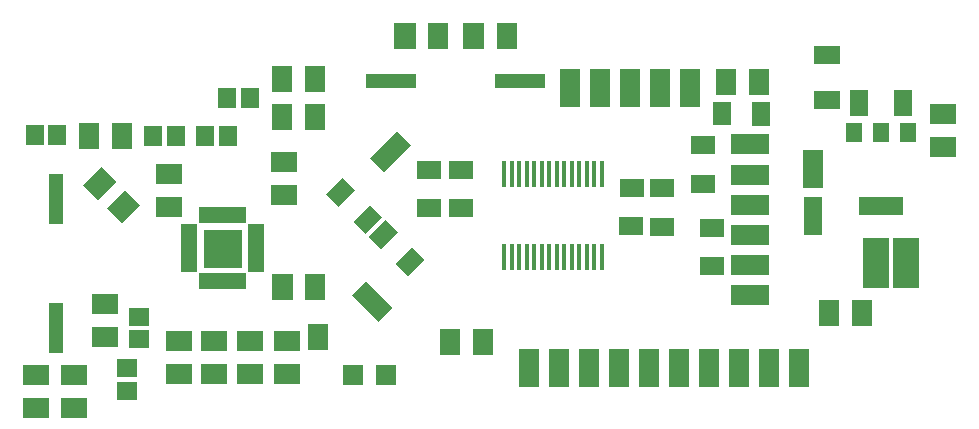
<source format=gbr>
%FSLAX34Y34*%
%MOMM*%
%LNSMDMASK_TOP*%
G71*
G01*
%ADD10R, 3.20X3.20*%
%ADD11R, 1.40X0.52*%
%ADD12R, 0.52X1.40*%
%ADD13R, 2.20X1.80*%
%ADD14R, 1.80X2.20*%
%ADD15R, 1.80X1.50*%
%ADD16R, 1.50X1.80*%
%ADD17R, 0.42X2.20*%
%ADD18R, 3.20X1.70*%
%ADD19R, 2.00X1.50*%
%ADD20R, 1.70X3.20*%
%ADD21R, 1.80X1.80*%
%ADD22R, 1.20X4.20*%
%ADD23R, 3.70X1.60*%
%ADD24R, 1.50X2.20*%
%ADD25R, 2.20X1.50*%
%ADD26R, 1.60X3.20*%
%ADD27R, 2.20X4.20*%
%LPD*%
X170612Y735714D02*
G54D10*
D03*
X141449Y718775D02*
G54D11*
D03*
X141449Y723775D02*
G54D11*
D03*
X141449Y728775D02*
G54D11*
D03*
X141449Y733775D02*
G54D11*
D03*
X141449Y738775D02*
G54D11*
D03*
X141449Y743775D02*
G54D11*
D03*
X141449Y748775D02*
G54D11*
D03*
X141449Y753775D02*
G54D11*
D03*
X152768Y764400D02*
G54D12*
D03*
X157768Y764400D02*
G54D12*
D03*
X162768Y764400D02*
G54D12*
D03*
X167768Y764400D02*
G54D12*
D03*
X172768Y764400D02*
G54D12*
D03*
X177768Y764400D02*
G54D12*
D03*
X182768Y764400D02*
G54D12*
D03*
X187768Y764399D02*
G54D12*
D03*
X198393Y753775D02*
G54D11*
D03*
X198393Y748775D02*
G54D11*
D03*
X198393Y743775D02*
G54D11*
D03*
X198393Y738775D02*
G54D11*
D03*
X198393Y733775D02*
G54D11*
D03*
X198393Y728775D02*
G54D11*
D03*
X198393Y723774D02*
G54D11*
D03*
X198393Y718774D02*
G54D11*
D03*
X187768Y708150D02*
G54D12*
D03*
X182768Y708150D02*
G54D12*
D03*
X177768Y708150D02*
G54D12*
D03*
X172768Y708150D02*
G54D12*
D03*
X167768Y708150D02*
G54D12*
D03*
X162768Y708150D02*
G54D12*
D03*
X157768Y708150D02*
G54D12*
D03*
X152768Y708150D02*
G54D12*
D03*
X133036Y657316D02*
G54D13*
D03*
X133036Y629316D02*
G54D13*
D03*
X133040Y629318D02*
G54D13*
D03*
X162405Y657316D02*
G54D13*
D03*
X162405Y629316D02*
G54D13*
D03*
X162404Y629316D02*
G54D13*
D03*
X193361Y657316D02*
G54D13*
D03*
X193361Y629316D02*
G54D13*
D03*
X193358Y629315D02*
G54D13*
D03*
G36*
X242011Y672285D02*
X259011Y672285D01*
X259011Y650285D01*
X242011Y650285D01*
X242011Y672285D01*
G37*
G36*
X211636Y714641D02*
X229636Y714641D01*
X229636Y692641D01*
X211636Y692641D01*
X211636Y714641D01*
G37*
X248636Y703641D02*
G54D14*
D03*
X99684Y659280D02*
G54D15*
D03*
X99684Y678280D02*
G54D15*
D03*
X89578Y615415D02*
G54D15*
D03*
X89578Y634415D02*
G54D15*
D03*
X70634Y660882D02*
G54D13*
D03*
X70634Y688882D02*
G54D13*
D03*
X125098Y798822D02*
G54D13*
D03*
X125098Y770822D02*
G54D13*
D03*
G36*
X84768Y757209D02*
X72040Y769937D01*
X87597Y785493D01*
X100324Y772765D01*
X84768Y757209D01*
G37*
G36*
X64969Y777008D02*
X52241Y789736D01*
X67797Y805292D01*
X80525Y792564D01*
X64969Y777008D01*
G37*
G36*
X67806Y805290D02*
X80534Y792562D01*
X64978Y777006D01*
X52250Y789734D01*
X67806Y805290D01*
G37*
X174266Y831432D02*
G54D16*
D03*
X155266Y831432D02*
G54D16*
D03*
X130242Y831402D02*
G54D16*
D03*
X111242Y831402D02*
G54D16*
D03*
X56568Y831391D02*
G54D14*
D03*
X84568Y831391D02*
G54D14*
D03*
X193214Y863727D02*
G54D16*
D03*
X174214Y863727D02*
G54D16*
D03*
X248666Y847239D02*
G54D14*
D03*
X220666Y847239D02*
G54D14*
D03*
X248666Y879783D02*
G54D14*
D03*
X220666Y879783D02*
G54D14*
D03*
X248670Y847238D02*
G54D14*
D03*
X248670Y879788D02*
G54D14*
D03*
X222241Y809532D02*
G54D13*
D03*
X222242Y781532D02*
G54D13*
D03*
X224318Y657316D02*
G54D13*
D03*
X224318Y629317D02*
G54D13*
D03*
X222250Y809528D02*
G54D13*
D03*
X248640Y703638D02*
G54D14*
D03*
X491095Y729077D02*
G54D17*
D03*
X484745Y729077D02*
G54D17*
D03*
X478396Y729077D02*
G54D17*
D03*
X472045Y729077D02*
G54D17*
D03*
X465695Y729077D02*
G54D17*
D03*
X459346Y729077D02*
G54D17*
D03*
X452995Y729077D02*
G54D17*
D03*
X446645Y729077D02*
G54D17*
D03*
X440295Y729077D02*
G54D17*
D03*
X433945Y729077D02*
G54D17*
D03*
X427595Y729077D02*
G54D17*
D03*
X421246Y729077D02*
G54D17*
D03*
X414895Y729077D02*
G54D17*
D03*
X408546Y729077D02*
G54D17*
D03*
X491096Y798927D02*
G54D17*
D03*
X484745Y798927D02*
G54D17*
D03*
X478396Y798927D02*
G54D17*
D03*
X472046Y798927D02*
G54D17*
D03*
X465695Y798927D02*
G54D17*
D03*
X459345Y798927D02*
G54D17*
D03*
X452995Y798927D02*
G54D17*
D03*
X446645Y798927D02*
G54D17*
D03*
X440296Y798927D02*
G54D17*
D03*
X433945Y798927D02*
G54D17*
D03*
X427595Y798927D02*
G54D17*
D03*
X421246Y798927D02*
G54D17*
D03*
X414895Y798927D02*
G54D17*
D03*
X408546Y798927D02*
G54D17*
D03*
X616893Y824558D02*
G54D18*
D03*
X616894Y798364D02*
G54D18*
D03*
G36*
X600890Y781462D02*
X632890Y781462D01*
X632890Y764462D01*
X600890Y764462D01*
X600890Y781462D01*
G37*
X616894Y747564D02*
G54D18*
D03*
X616894Y722164D02*
G54D18*
D03*
G36*
X600893Y705264D02*
X632893Y705264D01*
X632893Y688264D01*
X600893Y688264D01*
X600893Y705264D01*
G37*
G36*
X291490Y883814D02*
X333490Y883814D01*
X333490Y871814D01*
X291490Y871814D01*
X291490Y883814D01*
G37*
G36*
X401028Y883720D02*
X443028Y883720D01*
X443028Y871720D01*
X401028Y871720D01*
X401028Y883720D01*
G37*
X576488Y790827D02*
G54D19*
D03*
X576588Y823327D02*
G54D19*
D03*
G36*
X585667Y860076D02*
X600667Y860076D01*
X600667Y840076D01*
X585667Y840076D01*
X585667Y860076D01*
G37*
G36*
X618167Y859976D02*
X633167Y859976D01*
X633167Y839976D01*
X618167Y839976D01*
X618167Y859976D01*
G37*
X541946Y786867D02*
G54D19*
D03*
X541846Y754367D02*
G54D19*
D03*
X429924Y634852D02*
G54D20*
D03*
X455324Y634852D02*
G54D20*
D03*
X464056Y871390D02*
G54D20*
D03*
X489456Y871390D02*
G54D20*
D03*
X514856Y871390D02*
G54D20*
D03*
X540256Y871390D02*
G54D20*
D03*
X565656Y871390D02*
G54D20*
D03*
X584809Y753529D02*
G54D19*
D03*
X584709Y721029D02*
G54D19*
D03*
X480724Y634852D02*
G54D20*
D03*
X506124Y634852D02*
G54D20*
D03*
X530731Y634852D02*
G54D20*
D03*
X556131Y634852D02*
G54D20*
D03*
X581531Y634852D02*
G54D20*
D03*
X606931Y634852D02*
G54D20*
D03*
X531525Y634852D02*
G54D20*
D03*
X556925Y634852D02*
G54D20*
D03*
X582325Y634852D02*
G54D20*
D03*
X607725Y634852D02*
G54D20*
D03*
X633125Y634852D02*
G54D20*
D03*
X658525Y634852D02*
G54D20*
D03*
X516212Y754663D02*
G54D19*
D03*
X516312Y787163D02*
G54D19*
D03*
X352620Y915568D02*
G54D14*
D03*
G36*
X315619Y926572D02*
X333619Y926572D01*
X333619Y904572D01*
X315619Y904572D01*
X315619Y926572D01*
G37*
X352619Y915572D02*
G54D14*
D03*
G36*
X373561Y926572D02*
X391561Y926573D01*
X391561Y904573D01*
X373561Y904572D01*
X373561Y926572D01*
G37*
X410561Y915573D02*
G54D14*
D03*
X382560Y915568D02*
G54D14*
D03*
X596080Y876678D02*
G54D14*
D03*
X624080Y876678D02*
G54D14*
D03*
X596080Y876682D02*
G54D14*
D03*
X711420Y680930D02*
G54D14*
D03*
X683420Y680930D02*
G54D14*
D03*
X711415Y680928D02*
G54D14*
D03*
X683415Y680928D02*
G54D14*
D03*
G36*
X291272Y708532D02*
X313899Y685904D01*
X301878Y673884D01*
X279251Y696511D01*
X291272Y708532D01*
G37*
G36*
X291323Y748059D02*
X280717Y758666D01*
X294859Y772808D01*
X305465Y762201D01*
X291323Y748059D01*
G37*
G36*
X268413Y771111D02*
X257806Y781717D01*
X271948Y795859D01*
X282555Y785253D01*
X268413Y771111D01*
G37*
G36*
X329773Y823511D02*
X307146Y800884D01*
X295125Y812905D01*
X317753Y835532D01*
X329773Y823511D01*
G37*
X345186Y802496D02*
G54D19*
D03*
X345086Y769996D02*
G54D19*
D03*
X372173Y802496D02*
G54D19*
D03*
X372073Y769996D02*
G54D19*
D03*
G36*
X327041Y712340D02*
X316435Y722946D01*
X330577Y737089D01*
X341183Y726482D01*
X327041Y712340D01*
G37*
G36*
X304131Y735391D02*
X293524Y745998D01*
X307667Y760140D01*
X318273Y749533D01*
X304131Y735391D01*
G37*
X308168Y629029D02*
G54D21*
D03*
X280168Y629029D02*
G54D21*
D03*
X308168Y629029D02*
G54D21*
D03*
X362717Y656810D02*
G54D14*
D03*
X390717Y656810D02*
G54D14*
D03*
X362720Y656818D02*
G54D14*
D03*
X30300Y831606D02*
G54D16*
D03*
X11300Y831607D02*
G54D16*
D03*
X11460Y831778D02*
G54D16*
D03*
X28941Y668687D02*
G54D22*
D03*
X29035Y778225D02*
G54D22*
D03*
X44534Y600746D02*
G54D13*
D03*
X44534Y628740D02*
G54D13*
D03*
X44534Y600741D02*
G54D13*
D03*
X12387Y600746D02*
G54D13*
D03*
X12388Y628741D02*
G54D13*
D03*
X12388Y600741D02*
G54D13*
D03*
G36*
X697555Y841952D02*
X711555Y841952D01*
X711555Y825952D01*
X697555Y825952D01*
X697555Y841952D01*
G37*
G36*
X720555Y841952D02*
X734555Y841952D01*
X734555Y825952D01*
X720555Y825952D01*
X720555Y841952D01*
G37*
G36*
X743555Y841952D02*
X757555Y841952D01*
X757555Y825952D01*
X743555Y825952D01*
X743555Y841952D01*
G37*
X727555Y771952D02*
G54D23*
D03*
X727555Y771952D02*
G54D23*
D03*
X746330Y858723D02*
G54D24*
D03*
X708730Y858823D02*
G54D24*
D03*
X780266Y850132D02*
G54D13*
D03*
X780266Y822132D02*
G54D13*
D03*
X780267Y850125D02*
G54D13*
D03*
X681879Y862036D02*
G54D25*
D03*
X681979Y899636D02*
G54D25*
D03*
X681978Y899636D02*
G54D25*
D03*
X669653Y803578D02*
G54D20*
D03*
X669662Y763788D02*
G54D26*
D03*
X748585Y723557D02*
G54D27*
D03*
X723185Y723559D02*
G54D27*
D03*
M02*

</source>
